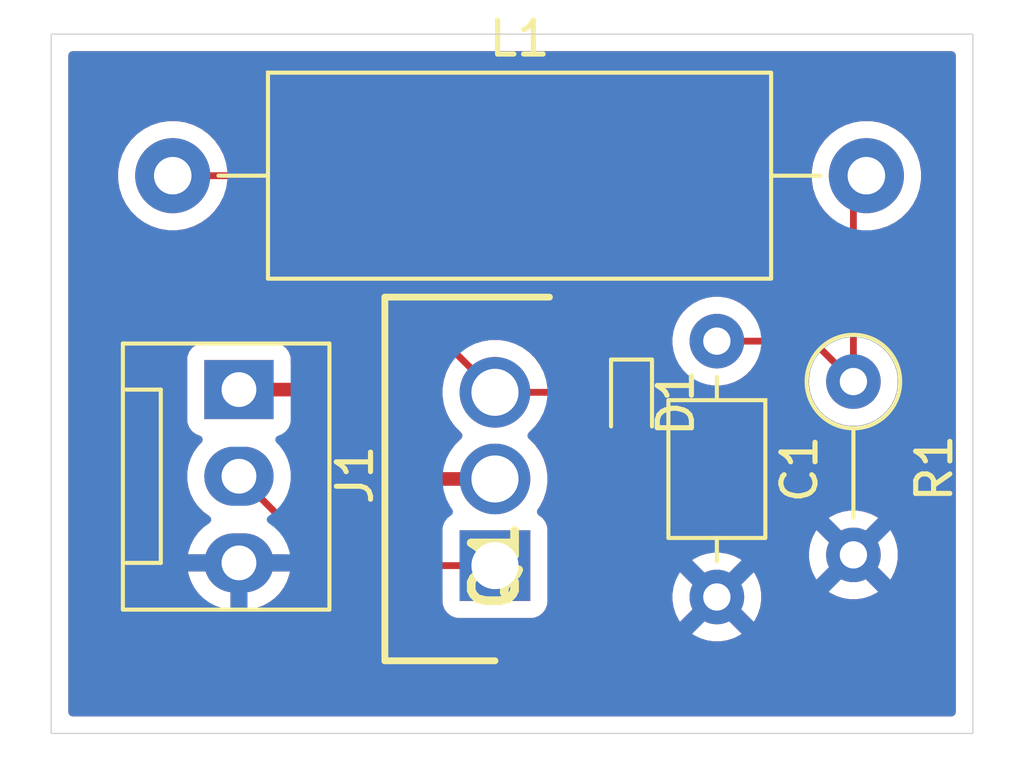
<source format=kicad_pcb>
(kicad_pcb (version 20241229) (generator "pcbnew") (generator_version "9.0")
  (layers (0 "F.Cu" signal "Front") (4 "In1.Cu" signal) (6 "In2.Cu" signal) (2 "B.Cu" signal "Back") (13 "F.Paste" user) (15 "B.Paste" user) (5 "F.SilkS" user "F.Silkscreen") (7 "B.SilkS" user "B.Silkscreen") (1 "F.Mask" user) (3 "B.Mask" user) (25 "Edge.Cuts" user))
  (net 0 "")
  (net 1 "GND")
  (net 2 "Net-(D1-K)")
  (net 3 "+48V")
  (net 4 "Net-(C1-Pad1)")
  (net 5 "Net-(J1-Pin_2)")
  (footprint "Inductor_THT:L_Axial_L14.5mm_D5.8mm_P20.32mm_Horizontal_Fastron_HBCC" (layer "F.Cu") (at 81.56 68.65)
    (property "Reference" "L1" (at 10.16 -4.02 0) (layer "F.SilkS"))
    (property "Value" "L")
    (fp_line (start 1.34 0) (end 2.79 0) (stroke (width 0.12)) (layer "F.SilkS"))
    (fp_line (start 18.98 0) (end 17.53 0) (stroke (width 0.12)) (layer "F.SilkS"))
    (fp_rect (start 2.79 -3.02) (end 17.53 3.02) (stroke (width 0.12)) (fill no) (layer "F.SilkS"))
    (pad "1" thru_hole circle (at 0 0) (size 2.2 2.2) (drill 1.1) (layers "*.Cu" "*.Mask") (net 2 "Net-(D1-K)"))
    (pad "2" thru_hole circle (at 20.32 0) (size 2.2 2.2) (drill 1.1) (layers "*.Cu" "*.Mask") (net 4 "Net-(C1-Pad1)"))
  )
  (footprint "Resistor_THT:R_Axial_DIN0207_L6.3mm_D2.5mm_P5.08mm_Vertical" (layer "F.Cu") (at 101.5 74.685 -90)
    (property "Reference" "R1" (at 2.54 -2.37 90) (layer "F.SilkS"))
    (property "Value" "R")
    (fp_line (start 1.37 0) (end 3.98 0) (stroke (width 0.12)) (layer "F.SilkS"))
    (fp_circle (center 0 0) (end 1.37 0) (stroke (width 0.12)) (fill no) (layer "F.SilkS"))
    (pad "1" thru_hole circle (at 0 0 270) (size 1.6 1.6) (drill 0.8) (layers "*.Cu" "*.Mask") (net 4 "Net-(C1-Pad1)"))
    (pad "2" thru_hole circle (at 5.08 0 270) (size 1.6 1.6) (drill 0.8) (layers "*.Cu" "*.Mask") (net 1 "GND"))
  )
  (footprint "Capacitor_THT:C_Axial_L3.8mm_D2.6mm_P7.50mm_Horizontal" (layer "F.Cu") (at 97.5 73.5 -90)
    (property "Reference" "C1" (at 3.75 -2.42 90) (layer "F.SilkS"))
    (property "Value" "C")
    (fp_line (start 1.04 0) (end 1.73 0) (stroke (width 0.12)) (layer "F.SilkS"))
    (fp_line (start 6.46 0) (end 5.77 0) (stroke (width 0.12)) (layer "F.SilkS"))
    (fp_rect (start 1.73 -1.42) (end 5.77 1.42) (stroke (width 0.12)) (fill no) (layer "F.SilkS"))
    (pad "1" thru_hole circle (at 0 0 270) (size 1.6 1.6) (drill 0.8) (layers "*.Cu" "*.Mask") (net 4 "Net-(C1-Pad1)"))
    (pad "2" thru_hole circle (at 7.5 0 270) (size 1.6 1.6) (drill 0.8) (layers "*.Cu" "*.Mask") (net 1 "GND"))
  )
  (footprint "Diode_SMD:D_SOD-523" (layer "F.Cu") (at 95 75.3 -90)
    (property "Reference" "D1" (at 0 -1.3 90) (layer "F.SilkS"))
    (property "Value" "1N4148WT")
    (fp_line (start 0.7 0.6) (end -1.26 0.6) (stroke (width 0.12)) (layer "F.SilkS"))
    (fp_line (start -1.26 -0.6) (end -1.26 0.6) (stroke (width 0.12)) (layer "F.SilkS"))
    (fp_line (start 0.7 -0.6) (end -1.26 -0.6) (stroke (width 0.12)) (layer "F.SilkS"))
    (pad "1" smd roundrect (at -0.7 0 90) (size 0.6 0.7) (layers "F.Cu" "F.Mask" "F.Paste") (net 2 "Net-(D1-K)"))
    (pad "2" smd roundrect (at 0.7 0 90) (size 0.6 0.7) (layers "F.Cu" "F.Mask" "F.Paste") (net 1 "GND"))
  )
  (footprint "Footprint_Buckconv:TO254P482X1016X2221-3P" (layer "F.Cu") (at 91 80.08 90)
    (property "Reference" "Q1" (at 0 0 90) (layer "F.SilkS") (effects (font (size 1.27 1.27) (thickness 0.254))))
    (property "Value" "DMNH4005SCTQ" (hide yes))
    (fp_line (start 7.87 -3.225) (end -2.79 -3.225) (stroke (width 0.2)) (layer "F.SilkS"))
    (fp_line (start -2.79 -3.225) (end -2.79 0) (stroke (width 0.2)) (layer "F.SilkS"))
    (fp_line (start 7.87 1.595) (end 7.87 -3.225) (stroke (width 0.2)) (layer "F.SilkS"))
    (pad "1" thru_hole rect (at 0 0 90) (size 2.07 2.07) (drill 1.38) (layers "*.Cu" "*.Mask") (net 5 "Net-(J1-Pin_2)"))
    (pad "2" thru_hole circle (at 2.54 0 90) (size 2.07 2.07) (drill 1.38) (layers "*.Cu" "*.Mask") (net 3 "+48V"))
    (pad "3" thru_hole circle (at 5.08 0 90) (size 2.07 2.07) (drill 1.38) (layers "*.Cu" "*.Mask") (net 2 "Net-(D1-K)"))
  )
  (footprint "Connector:FanPinHeader_1x03_P2.54mm_Vertical" (layer "F.Cu") (at 83.5 74.92 -90)
    (property "Reference" "J1" (at 2.5 -3.4 90) (layer "F.SilkS"))
    (property "Value" "Conn_01x03_Pin")
    (fp_line (start -1.35 3.4) (end -1.35 -2.65) (stroke (width 0.12)) (layer "F.SilkS"))
    (fp_line (start 6.45 3.4) (end -1.35 3.4) (stroke (width 0.12)) (layer "F.SilkS"))
    (fp_line (start 0 3.3) (end 0 2.29) (stroke (width 0.12)) (layer "F.SilkS"))
    (fp_line (start 0 2.29) (end 5.08 2.29) (stroke (width 0.12)) (layer "F.SilkS"))
    (fp_line (start 5.08 2.29) (end 5.08 3.3) (stroke (width 0.12)) (layer "F.SilkS"))
    (fp_line (start -1.35 -2.65) (end 6.45 -2.65) (stroke (width 0.12)) (layer "F.SilkS"))
    (fp_line (start 6.45 -2.65) (end 6.45 3.4) (stroke (width 0.12)) (layer "F.SilkS"))
    (pad "1" thru_hole rect (at 0 0) (size 2.03 1.73) (drill 1.02) (layers "*.Cu" "*.Mask") (net 3 "+48V"))
    (pad "2" thru_hole oval (at 2.54 0) (size 2.03 1.73) (drill 1.02) (layers "*.Cu" "*.Mask") (net 5 "Net-(J1-Pin_2)"))
    (pad "3" thru_hole oval (at 5.08 0) (size 2.03 1.73) (drill 1.02) (layers "*.Cu" "*.Mask") (net 1 "GND"))
  )
  (gr_line (start 78 85) (end 105 85) (stroke (width 0.0381)) (layer "Edge.Cuts"))
  (gr_line (start 78 64.5) (end 78 85) (stroke (width 0.0381)) (layer "Edge.Cuts"))
  (gr_line (start 105 85) (end 105 64.5) (stroke (width 0.0381)) (layer "Edge.Cuts"))
  (gr_line (start 105 64.5) (end 78 64.5) (stroke (width 0.0381)) (layer "Edge.Cuts"))
  (segment (start 94.6 75) (end 95 74.6) (width 0.2) (layer "F.Cu") (net 2))
  (segment (start 91 75) (end 84.65 68.65) (width 0.2) (layer "F.Cu") (net 2))
  (segment (start 91 75) (end 94.6 75) (width 0.2) (layer "F.Cu") (net 2))
  (segment (start 84.65 68.65) (end 81.56 68.65) (width 0.2) (layer "F.Cu") (net 2))
  (segment (start 91 77.54) (end 89.04 77.54) (width 0.4) (layer "F.Cu") (net 3))
  (segment (start 89.04 77.54) (end 86.42 74.92) (width 0.4) (layer "F.Cu") (net 3))
  (segment (start 86.42 74.92) (end 83.5 74.92) (width 0.4) (layer "F.Cu") (net 3))
  (segment (start 97.5 73.5) (end 100.315 73.5) (width 0.2) (layer "F.Cu") (net 4))
  (segment (start 101.5 69.03) (end 101.88 68.65) (width 0.2) (layer "F.Cu") (net 4))
  (segment (start 101.5 74.685) (end 101.5 69.03) (width 0.2) (layer "F.Cu") (net 4))
  (segment (start 100.315 73.5) (end 101.5 74.685) (width 0.2) (layer "F.Cu") (net 4))
  (segment (start 86.12 80.08) (end 83.5 77.46) (width 0.2) (layer "F.Cu") (net 5))
  (segment (start 91 80.08) (end 86.12 80.08) (width 0.2) (layer "F.Cu") (net 5))
  (zone (net 1) (net_name "GND") (layers "F.Cu" "B.Cu") (connect_pads (clearance 0.5)) (min_thickness 0.25) (fill yes (thermal_gap 0.5) (thermal_bridge_width 0.5))
    (polygon (pts (xy 76.5 86) (xy 106.5 86.5) (xy 106 63.5) (xy 76.5 63.5) (xy 76.5 64.5)))
  )
)
</source>
